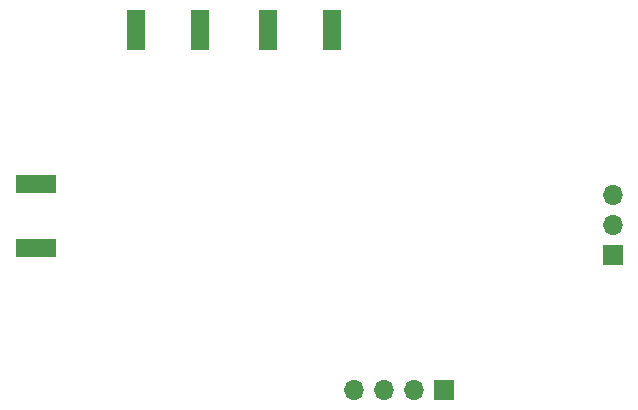
<source format=gbr>
%TF.GenerationSoftware,KiCad,Pcbnew,5.1.9-5.1.9*%
%TF.CreationDate,2021-02-06T15:34:09+03:00*%
%TF.ProjectId,qddc,71646463-2e6b-4696-9361-645f70636258,rev?*%
%TF.SameCoordinates,Original*%
%TF.FileFunction,Soldermask,Bot*%
%TF.FilePolarity,Negative*%
%FSLAX46Y46*%
G04 Gerber Fmt 4.6, Leading zero omitted, Abs format (unit mm)*
G04 Created by KiCad (PCBNEW 5.1.9-5.1.9) date 2021-02-06 15:34:09*
%MOMM*%
%LPD*%
G01*
G04 APERTURE LIST*
%ADD10R,1.500000X3.500000*%
%ADD11R,3.500000X1.500000*%
%ADD12O,1.700000X1.700000*%
%ADD13R,1.700000X1.700000*%
G04 APERTURE END LIST*
D10*
%TO.C,Cos*%
X123792000Y-88900000D03*
X129192000Y-88900000D03*
%TD*%
%TO.C,Sin*%
X112616000Y-88900000D03*
X118016000Y-88900000D03*
%TD*%
D11*
%TO.C,RF*%
X104140000Y-107348000D03*
X104140000Y-101948000D03*
%TD*%
D12*
%TO.C,Out*%
X153035000Y-102870000D03*
X153035000Y-105410000D03*
D13*
X153035000Y-107950000D03*
%TD*%
%TO.C,PWR*%
X138684000Y-119380000D03*
D12*
X136144000Y-119380000D03*
X133604000Y-119380000D03*
X131064000Y-119380000D03*
%TD*%
M02*

</source>
